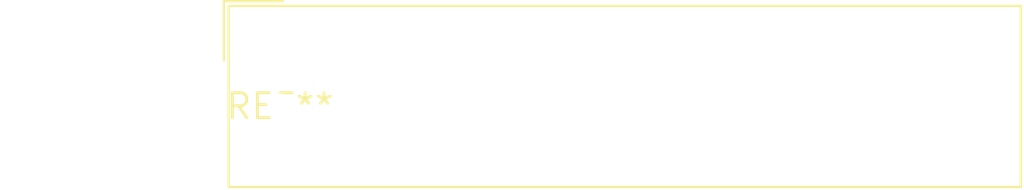
<source format=kicad_pcb>
(kicad_pcb (version 20240108) (generator pcbnew)
  (layers (0 "F.Cu" signal) (31 "B.Cu" signal) (34 "B.Paste" user) (35 "F.Paste" user) (36 "B.SilkS" user "B.Silkscreen") (37 "F.SilkS" user "F.Silkscreen") (38 "B.Mask" user) (39 "F.Mask" user) (44 "Edge.Cuts" user))
  (net 0 "")
  (footprint "Altech_AK100_1x08_P5.00mm" (layer "F.Cu") (at 0 0)
    (property "Reference" "REF**")
    (property "Value" "Altech_AK100_1x08_P5.00mm")
    (fp_line (start -2.85 -5.35) (end 0.15 -5.35) (layer "F.SilkS") (stroke (width 0.12)))
    (fp_line (start -2.85 -2.35) (end -2.85 -5.35) (layer "F.SilkS") (stroke (width 0.12)))
    (fp_line (start -2.61 -5.11) (end -2.61 4.11) (layer "F.SilkS") (stroke (width 0.12)))
    (fp_line (start -2.61 -5.11) (end 37.61 -5.11) (layer "F.SilkS") (stroke (width 0.12)))
    (fp_line (start -2.61 4.11) (end 37.61 4.11) (layer "F.SilkS") (stroke (width 0.12)))
    (fp_line (start 37.61 -5.11) (end 37.61 4.11) (layer "F.SilkS") (stroke (width 0.12)))
    (pad "1" thru_hole rect (at 0 0) (size 3 3) (drill 1.3) (layers *.Cu *.Mask) (remove_unused_layers))
    (pad "2" thru_hole circle (at 5 0) (size 3 3) (drill 1.3) (layers *.Cu *.Mask) (remove_unused_layers))
    (pad "3" thru_hole circle (at 10 0) (size 3 3) (drill 1.3) (layers *.Cu *.Mask) (remove_unused_layers))
    (pad "4" thru_hole circle (at 15 0) (size 3 3) (drill 1.3) (layers *.Cu *.Mask) (remove_unused_layers))
    (pad "5" thru_hole circle (at 20 0) (size 3 3) (drill 1.3) (layers *.Cu *.Mask) (remove_unused_layers))
    (pad "6" thru_hole circle (at 25 0) (size 3 3) (drill 1.3) (layers *.Cu *.Mask) (remove_unused_layers))
    (pad "7" thru_hole circle (at 30 0) (size 3 3) (drill 1.3) (layers *.Cu *.Mask) (remove_unused_layers))
    (pad "8" thru_hole circle (at 35 0) (size 3 3) (drill 1.3) (layers *.Cu *.Mask) (remove_unused_layers))
  )
)
</source>
